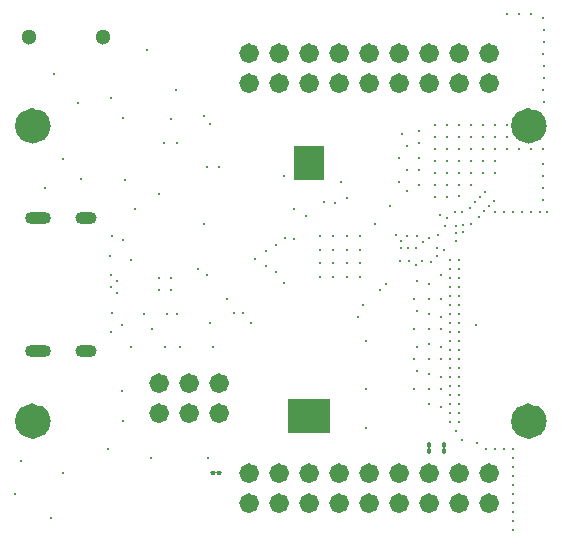
<source format=gbr>
%TF.GenerationSoftware,Altium Limited,Altium Designer Develop,26.0.0 (27)*%
G04 Layer_Color=16711935*
%FSLAX45Y45*%
%MOMM*%
%TF.SameCoordinates,D5E2BA32-6F81-40A5-AA13-F30F529DFF44*%
%TF.FilePolarity,Negative*%
%TF.FileFunction,Soldermask,Bot*%
%TF.Part,Single*%
G01*
G75*
%TA.AperFunction,ComponentPad*%
%ADD55C,1.30000*%
G04:AMPARAMS|DCode=56|XSize=1mm|YSize=1.8mm|CornerRadius=0.5mm|HoleSize=0mm|Usage=FLASHONLY|Rotation=270.000|XOffset=0mm|YOffset=0mm|HoleType=Round|Shape=RoundedRectangle|*
%AMROUNDEDRECTD56*
21,1,1.00000,0.80000,0,0,270.0*
21,1,0.00000,1.80000,0,0,270.0*
1,1,1.00000,-0.40000,0.00000*
1,1,1.00000,-0.40000,0.00000*
1,1,1.00000,0.40000,0.00000*
1,1,1.00000,0.40000,0.00000*
%
%ADD56ROUNDEDRECTD56*%
G04:AMPARAMS|DCode=57|XSize=1mm|YSize=2.2mm|CornerRadius=0.5mm|HoleSize=0mm|Usage=FLASHONLY|Rotation=270.000|XOffset=0mm|YOffset=0mm|HoleType=Round|Shape=RoundedRectangle|*
%AMROUNDEDRECTD57*
21,1,1.00000,1.20000,0,0,270.0*
21,1,0.00000,2.20000,0,0,270.0*
1,1,1.00000,-0.60000,0.00000*
1,1,1.00000,-0.60000,0.00000*
1,1,1.00000,0.60000,0.00000*
1,1,1.00000,0.60000,0.00000*
%
%ADD57ROUNDEDRECTD57*%
%TA.AperFunction,SMDPad,CuDef*%
%ADD61R,2.60000X3.00000*%
%ADD62R,3.60000X3.00000*%
%TA.AperFunction,NonConductor*%
%ADD75C,1.50000*%
%ADD76C,0.85000*%
%TA.AperFunction,SMDPad,CuDef*%
G04:AMPARAMS|DCode=79|XSize=0.3556mm|YSize=0.4572mm|CornerRadius=0.1143mm|HoleSize=0mm|Usage=FLASHONLY|Rotation=270.000|XOffset=0mm|YOffset=0mm|HoleType=Round|Shape=RoundedRectangle|*
%AMROUNDEDRECTD79*
21,1,0.35560,0.22860,0,0,270.0*
21,1,0.12700,0.45720,0,0,270.0*
1,1,0.22860,-0.11430,-0.06350*
1,1,0.22860,-0.11430,0.06350*
1,1,0.22860,0.11430,0.06350*
1,1,0.22860,0.11430,-0.06350*
%
%ADD79ROUNDEDRECTD79*%
G04:AMPARAMS|DCode=80|XSize=0.3556mm|YSize=0.4572mm|CornerRadius=0.1143mm|HoleSize=0mm|Usage=FLASHONLY|Rotation=180.000|XOffset=0mm|YOffset=0mm|HoleType=Round|Shape=RoundedRectangle|*
%AMROUNDEDRECTD80*
21,1,0.35560,0.22860,0,0,180.0*
21,1,0.12700,0.45720,0,0,180.0*
1,1,0.22860,-0.06350,0.11430*
1,1,0.22860,0.06350,0.11430*
1,1,0.22860,0.06350,-0.11430*
1,1,0.22860,-0.06350,-0.11430*
%
%ADD80ROUNDEDRECTD80*%
%TA.AperFunction,ComponentPad*%
%ADD81C,0.30000*%
%TA.AperFunction,ViaPad*%
%ADD82C,0.30000*%
D55*
X797600Y4256400D02*
D03*
X167600D02*
D03*
D56*
X647000Y2721400D02*
D03*
Y1597400D02*
D03*
D57*
X247000Y2721400D02*
D03*
Y1597400D02*
D03*
D61*
X2540000Y3186800D02*
D03*
D62*
Y1046800D02*
D03*
D75*
X4475000Y1000000D02*
G03*
X4475000Y1000000I-75000J0D01*
G01*
X275000Y3500000D02*
G03*
X275000Y3500000I-75000J0D01*
G01*
Y1000000D02*
G03*
X275000Y1000000I-75000J0D01*
G01*
X4475000Y3500000D02*
G03*
X4475000Y3500000I-75000J0D01*
G01*
D76*
X4106500Y4114800D02*
G03*
X4106500Y4114800I-42500J0D01*
G01*
X3852500D02*
G03*
X3852500Y4114800I-42500J0D01*
G01*
X2836500Y3860800D02*
G03*
X2836500Y3860800I-42500J0D01*
G01*
X3344500Y558800D02*
G03*
X3344500Y558800I-42500J0D01*
G01*
X1566500Y1066800D02*
G03*
X1566500Y1066800I-42500J0D01*
G01*
X3598500Y4114800D02*
G03*
X3598500Y4114800I-42500J0D01*
G01*
Y3860800D02*
G03*
X3598500Y3860800I-42500J0D01*
G01*
X1820500Y1320800D02*
G03*
X1820500Y1320800I-42500J0D01*
G01*
X4106500Y558800D02*
G03*
X4106500Y558800I-42500J0D01*
G01*
X2074500Y304800D02*
G03*
X2074500Y304800I-42500J0D01*
G01*
X2582500Y4114800D02*
G03*
X2582500Y4114800I-42500J0D01*
G01*
X2074500Y558800D02*
G03*
X2074500Y558800I-42500J0D01*
G01*
X2328500Y304800D02*
G03*
X2328500Y304800I-42500J0D01*
G01*
Y558800D02*
G03*
X2328500Y558800I-42500J0D01*
G01*
X2582500Y304800D02*
G03*
X2582500Y304800I-42500J0D01*
G01*
Y558800D02*
G03*
X2582500Y558800I-42500J0D01*
G01*
X2836500Y304800D02*
G03*
X2836500Y304800I-42500J0D01*
G01*
Y558800D02*
G03*
X2836500Y558800I-42500J0D01*
G01*
X3598500Y304800D02*
G03*
X3598500Y304800I-42500J0D01*
G01*
X3090500D02*
G03*
X3090500Y304800I-42500J0D01*
G01*
X3598500Y558800D02*
G03*
X3598500Y558800I-42500J0D01*
G01*
X3344500Y3860800D02*
G03*
X3344500Y3860800I-42500J0D01*
G01*
X3090500Y558800D02*
G03*
X3090500Y558800I-42500J0D01*
G01*
X3852500Y304800D02*
G03*
X3852500Y304800I-42500J0D01*
G01*
X3344500D02*
G03*
X3344500Y304800I-42500J0D01*
G01*
X3852500Y558800D02*
G03*
X3852500Y558800I-42500J0D01*
G01*
X4106500Y304800D02*
G03*
X4106500Y304800I-42500J0D01*
G01*
X2836500Y4114800D02*
G03*
X2836500Y4114800I-42500J0D01*
G01*
X2582500Y3860800D02*
G03*
X2582500Y3860800I-42500J0D01*
G01*
X2328500D02*
G03*
X2328500Y3860800I-42500J0D01*
G01*
Y4114800D02*
G03*
X2328500Y4114800I-42500J0D01*
G01*
X2074500D02*
G03*
X2074500Y4114800I-42500J0D01*
G01*
X3344500D02*
G03*
X3344500Y4114800I-42500J0D01*
G01*
X3090500Y3860800D02*
G03*
X3090500Y3860800I-42500J0D01*
G01*
Y4114800D02*
G03*
X3090500Y4114800I-42500J0D01*
G01*
X2074500Y3860800D02*
G03*
X2074500Y3860800I-42500J0D01*
G01*
X3852500D02*
G03*
X3852500Y3860800I-42500J0D01*
G01*
X4106500D02*
G03*
X4106500Y3860800I-42500J0D01*
G01*
X1566500Y1320800D02*
G03*
X1566500Y1320800I-42500J0D01*
G01*
X1820500Y1066800D02*
G03*
X1820500Y1066800I-42500J0D01*
G01*
X1312500Y1320800D02*
G03*
X1312500Y1320800I-42500J0D01*
G01*
Y1066800D02*
G03*
X1312500Y1066800I-42500J0D01*
G01*
D79*
X1727200Y558800D02*
D03*
X1778000D02*
D03*
D80*
X3683000Y800100D02*
D03*
Y749300D02*
D03*
X3556000Y800100D02*
D03*
Y749300D02*
D03*
D81*
X3950847Y1814200D02*
D03*
D82*
X4419600Y4445000D02*
D03*
X4318000D02*
D03*
X4216400D02*
D03*
X4526377Y3705315D02*
D03*
X4522760Y3807184D02*
D03*
X4526377Y3908515D02*
D03*
Y4010115D02*
D03*
X4522760Y4111984D02*
D03*
X4526377Y4213315D02*
D03*
Y4314915D02*
D03*
X4522760Y4416784D02*
D03*
X4554220Y2768600D02*
D03*
X4521200Y2870200D02*
D03*
Y3073400D02*
D03*
X4517583Y3175269D02*
D03*
X4521200Y2971800D02*
D03*
X458501Y3220903D02*
D03*
X1168400Y4140200D02*
D03*
X1411001Y3806373D02*
D03*
X4216400Y3403600D02*
D03*
X4212783Y3505469D02*
D03*
X4318000Y3302000D02*
D03*
X4216400D02*
D03*
X4114800Y3403600D02*
D03*
Y3505200D02*
D03*
Y3302000D02*
D03*
X4521200D02*
D03*
X4419600D02*
D03*
X4114800Y3200400D02*
D03*
X4013200Y3098800D02*
D03*
X4114800D02*
D03*
X4013200Y3505200D02*
D03*
X3911600Y3403600D02*
D03*
X3810000Y3505200D02*
D03*
X3911600D02*
D03*
X4013200Y3302000D02*
D03*
Y3403600D02*
D03*
Y3200400D02*
D03*
X3911600D02*
D03*
Y3302000D02*
D03*
Y3098800D02*
D03*
X4109166Y2865842D02*
D03*
X4064264Y2820941D02*
D03*
X4032446Y2942562D02*
D03*
X4019363Y2776039D02*
D03*
X4419077Y2768305D02*
D03*
X4342877D02*
D03*
X4495277D02*
D03*
X4190477D02*
D03*
X4114277D02*
D03*
X4266677D02*
D03*
X3987544Y2897661D02*
D03*
X3911600Y2997200D02*
D03*
X3942643Y2852759D02*
D03*
X3897742Y2807858D02*
D03*
X3835400Y2770500D02*
D03*
X3974462Y2731138D02*
D03*
X3911600Y2667000D02*
D03*
X3843020Y2664460D02*
D03*
X3840480Y2600960D02*
D03*
X3810000Y3302000D02*
D03*
Y3403600D02*
D03*
Y3200400D02*
D03*
X3708400D02*
D03*
Y3403600D02*
D03*
Y3505200D02*
D03*
Y3302000D02*
D03*
X3810000Y3098800D02*
D03*
X3708400Y2997200D02*
D03*
X3810000D02*
D03*
X3708400Y3098800D02*
D03*
X3606800D02*
D03*
Y2997200D02*
D03*
Y3403600D02*
D03*
Y3505200D02*
D03*
Y3302000D02*
D03*
X3470000Y3352800D02*
D03*
Y3454400D02*
D03*
Y3225800D02*
D03*
X3606800Y3200400D02*
D03*
X3470000Y2997200D02*
D03*
Y3124200D02*
D03*
X3809760Y2906000D02*
D03*
X3771900Y2768600D02*
D03*
X3784600Y2654300D02*
D03*
X3708400Y2895600D02*
D03*
X3704625Y2720100D02*
D03*
X3687720Y2654300D02*
D03*
X3784600Y2527300D02*
D03*
Y2590800D02*
D03*
X3627230Y2573130D02*
D03*
X3606800Y2895600D02*
D03*
X3454400Y2565400D02*
D03*
X3556000Y2552700D02*
D03*
X3365500Y2565400D02*
D03*
X3810000Y1828800D02*
D03*
Y1905000D02*
D03*
Y1752600D02*
D03*
Y2057400D02*
D03*
Y2133600D02*
D03*
Y1981200D02*
D03*
Y1371600D02*
D03*
Y1447800D02*
D03*
Y1295400D02*
D03*
Y1600200D02*
D03*
Y1676400D02*
D03*
Y1524000D02*
D03*
Y2286000D02*
D03*
Y2362200D02*
D03*
Y2209800D02*
D03*
X3733800Y1981200D02*
D03*
Y1905000D02*
D03*
Y1371600D02*
D03*
Y1524000D02*
D03*
Y1295400D02*
D03*
Y1676400D02*
D03*
Y1828800D02*
D03*
Y1600200D02*
D03*
X4267200Y609600D02*
D03*
Y685800D02*
D03*
Y533400D02*
D03*
X4191000Y762000D02*
D03*
X4114800D02*
D03*
X4267200D02*
D03*
Y152400D02*
D03*
Y228600D02*
D03*
Y76200D02*
D03*
Y381000D02*
D03*
Y457200D02*
D03*
Y304800D02*
D03*
X3810000Y1143000D02*
D03*
Y1219200D02*
D03*
Y1066800D02*
D03*
X3733800Y1143000D02*
D03*
Y1219200D02*
D03*
Y1066800D02*
D03*
X3962400Y812800D02*
D03*
X3835400Y838200D02*
D03*
X4038600Y762000D02*
D03*
X3810000Y990600D02*
D03*
X3733800D02*
D03*
X3784600Y914400D02*
D03*
X3619500Y2400300D02*
D03*
Y2463800D02*
D03*
X3733800Y2362200D02*
D03*
X3568700Y2349500D02*
D03*
X3733800Y2133600D02*
D03*
Y2209800D02*
D03*
Y2057400D02*
D03*
Y2286000D02*
D03*
X3657600Y2235200D02*
D03*
X3556000Y2159000D02*
D03*
X3502660Y2514600D02*
D03*
X3441700Y2463800D02*
D03*
X3378200D02*
D03*
X3495040Y2354580D02*
D03*
X3441700Y2321560D02*
D03*
X3454400Y2184400D02*
D03*
X3385820Y2352040D02*
D03*
X3429000Y2032000D02*
D03*
X3733800Y1752600D02*
D03*
X3657600Y1625600D02*
D03*
Y1524000D02*
D03*
Y1879600D02*
D03*
Y2032000D02*
D03*
Y1778000D02*
D03*
X3733800Y1447800D02*
D03*
X3657600Y1270000D02*
D03*
Y1117600D02*
D03*
Y1371600D02*
D03*
X3556000Y1270000D02*
D03*
Y1143000D02*
D03*
Y1778000D02*
D03*
Y1905000D02*
D03*
Y1651000D02*
D03*
Y2032000D02*
D03*
X3454400Y1930400D02*
D03*
X3429000Y1778000D02*
D03*
X3556000Y1524000D02*
D03*
X3454400Y1422400D02*
D03*
X3556000Y1397000D02*
D03*
X3454400Y1625600D02*
D03*
X3429000Y1524000D02*
D03*
Y1270000D02*
D03*
X3368400Y3326949D02*
D03*
X3327400Y3429000D02*
D03*
X3368400Y2946400D02*
D03*
Y3124200D02*
D03*
X3302000Y3022600D02*
D03*
Y3225800D02*
D03*
X2641600Y3302000D02*
D03*
Y3073400D02*
D03*
X2755900Y2844800D02*
D03*
X3225800Y2819400D02*
D03*
X2971800Y2565400D02*
D03*
X2857500D02*
D03*
X2743200D02*
D03*
X2628900D02*
D03*
X2438400Y3302000D02*
D03*
X2540000Y3175000D02*
D03*
X965994Y3566940D02*
D03*
X1371600Y3556000D02*
D03*
X1676400Y3149600D02*
D03*
X2438400Y3073400D02*
D03*
X2324100D02*
D03*
X1778000Y3149600D02*
D03*
X2509520Y2733040D02*
D03*
X1270000Y2921000D02*
D03*
X1651000Y2667000D02*
D03*
X977354Y3042083D02*
D03*
X870881Y2565400D02*
D03*
X299720Y2976880D02*
D03*
X3314700Y2527300D02*
D03*
Y2463800D02*
D03*
X3312160Y2352040D02*
D03*
X2971800Y2451100D02*
D03*
X2857500D02*
D03*
X2743200D02*
D03*
X2628900D02*
D03*
X2971800Y2222500D02*
D03*
Y2336800D02*
D03*
X3022600Y939800D02*
D03*
Y1270000D02*
D03*
Y1676400D02*
D03*
X2857500Y2336800D02*
D03*
X2743200Y2222500D02*
D03*
X2857500D02*
D03*
X2743200Y2336800D02*
D03*
X2628900D02*
D03*
Y2222500D02*
D03*
X2954243Y1883528D02*
D03*
X2049030Y1829497D02*
D03*
X1600200Y2286000D02*
D03*
X1270000Y2209800D02*
D03*
X1371600D02*
D03*
Y2108200D02*
D03*
X1270000D02*
D03*
X1206500Y1778000D02*
D03*
X964300Y2530072D02*
D03*
X952500Y1816100D02*
D03*
X1682944Y687699D02*
D03*
X1198413Y686158D02*
D03*
X1029100Y1625600D02*
D03*
X864900Y1752600D02*
D03*
X838200Y762000D02*
D03*
X355600Y177800D02*
D03*
X50800Y381000D02*
D03*
X457200Y558800D02*
D03*
X3644900Y2743200D02*
D03*
X3684819Y2447646D02*
D03*
X2997200Y1981200D02*
D03*
X1028700Y2362200D02*
D03*
X1308100Y3352800D02*
D03*
X1422400D02*
D03*
X952500Y1257300D02*
D03*
X910747Y2186244D02*
D03*
X908953Y2083165D02*
D03*
X1727200Y1625600D02*
D03*
X1676400Y2235200D02*
D03*
X1143000Y1905000D02*
D03*
X1447800Y1625600D02*
D03*
X1422400Y1905000D02*
D03*
X1339300D02*
D03*
X1320800Y1625600D02*
D03*
X863600Y2235200D02*
D03*
X864147Y2132945D02*
D03*
X584200Y3695700D02*
D03*
X1066800Y2794000D02*
D03*
X965200Y1003300D02*
D03*
X2856948Y2887601D02*
D03*
X3271520Y2575560D02*
D03*
X1701800Y1828800D02*
D03*
X1905000Y1917700D02*
D03*
X1981200D02*
D03*
X2806700Y3027680D02*
D03*
X2260600Y2489200D02*
D03*
X1651800Y3585229D02*
D03*
X2324100Y2171700D02*
D03*
X2260600Y2260600D02*
D03*
X863600Y3733800D02*
D03*
X3098800Y2667000D02*
D03*
X381000Y3937000D02*
D03*
X2413000Y2794000D02*
D03*
X850900Y2400300D02*
D03*
X3136900Y2108200D02*
D03*
X3187700Y2159000D02*
D03*
X2171700Y2311400D02*
D03*
X1841500Y2032000D02*
D03*
X2171700Y2438400D02*
D03*
X2662654Y2856685D02*
D03*
X2409239Y2540000D02*
D03*
X2336800Y2552700D02*
D03*
X2082977Y2374723D02*
D03*
X101600Y660400D02*
D03*
X609600Y3048000D02*
D03*
X874600Y1919400D02*
D03*
X1700819Y3519849D02*
D03*
%TF.MD5,4acb81cf3e73fd373720b21b8c0109c9*%
M02*

</source>
